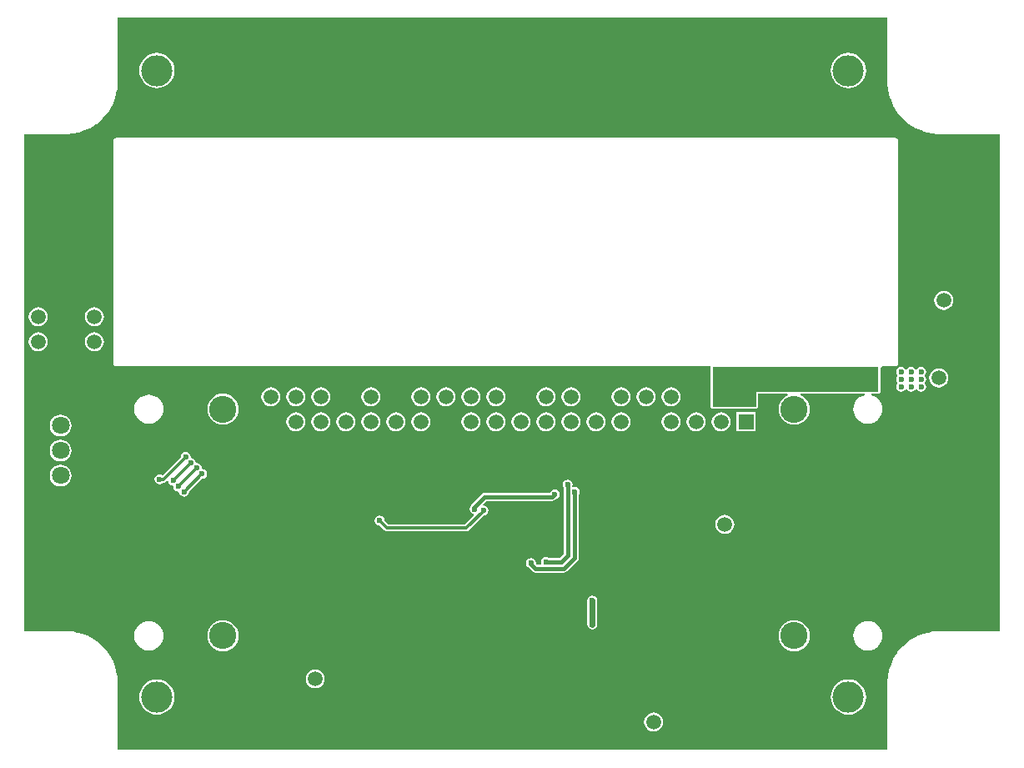
<source format=gbl>
G04 Layer_Physical_Order=2*
G04 Layer_Color=16711680*
%FSLAX44Y44*%
%MOMM*%
G71*
G01*
G75*
%ADD24C,0.6000*%
%ADD26C,0.3000*%
%ADD27C,0.4000*%
%ADD28C,0.4500*%
%ADD36R,16.8910X2.5400*%
%ADD59C,1.5000*%
%ADD60R,1.5000X1.5000*%
%ADD61C,1.8000*%
%ADD62R,1.8000X1.8000*%
%ADD63C,2.7500*%
%ADD64C,1.5080*%
%ADD65R,1.5080X1.5080*%
%ADD66C,3.1750*%
%ADD67C,0.6000*%
%ADD68R,4.4450X4.0640*%
G36*
X876449Y681482D02*
X876473Y681363D01*
X876459Y681242D01*
X877070Y673479D01*
X877135Y673247D01*
X877145Y673005D01*
X878962Y665433D01*
X879064Y665214D01*
X879111Y664977D01*
X882091Y657783D01*
X882225Y657582D01*
X882309Y657355D01*
X886377Y650715D01*
X886541Y650538D01*
X886659Y650327D01*
X891717Y644406D01*
X891906Y644256D01*
X892056Y644067D01*
X897977Y639009D01*
X898188Y638891D01*
X898366Y638727D01*
X905005Y634659D01*
X905232Y634575D01*
X905433Y634441D01*
X912627Y631461D01*
X912864Y631414D01*
X913083Y631313D01*
X920655Y629495D01*
X920897Y629485D01*
X921129Y629420D01*
X928892Y628809D01*
X929013Y628823D01*
X929132Y628799D01*
X990589D01*
Y124057D01*
X929132D01*
X929013Y124033D01*
X928892Y124047D01*
X921129Y123436D01*
X920897Y123371D01*
X920655Y123361D01*
X913083Y121544D01*
X912864Y121442D01*
X912627Y121395D01*
X905433Y118415D01*
X905232Y118281D01*
X905005Y118197D01*
X898366Y114129D01*
X898188Y113965D01*
X897977Y113847D01*
X892056Y108789D01*
X891906Y108600D01*
X891717Y108450D01*
X886659Y102529D01*
X886541Y102318D01*
X886377Y102141D01*
X882309Y95501D01*
X882225Y95274D01*
X882091Y95073D01*
X879111Y87879D01*
X879064Y87642D01*
X878962Y87423D01*
X877145Y79851D01*
X877135Y79609D01*
X877070Y79377D01*
X876459Y71614D01*
X876473Y71493D01*
X876449Y71374D01*
Y3567D01*
X94847D01*
Y71374D01*
X94823Y71493D01*
X94837Y71614D01*
X94226Y79377D01*
X94161Y79609D01*
X94151Y79851D01*
X92333Y87423D01*
X92232Y87642D01*
X92185Y87879D01*
X89205Y95073D01*
X89071Y95274D01*
X88987Y95501D01*
X84919Y102140D01*
X84755Y102318D01*
X84637Y102529D01*
X79579Y108450D01*
X79390Y108600D01*
X79240Y108789D01*
X73319Y113847D01*
X73108Y113965D01*
X72930Y114129D01*
X66291Y118197D01*
X66064Y118281D01*
X65863Y118415D01*
X58669Y121395D01*
X58432Y121442D01*
X58213Y121544D01*
X50641Y123361D01*
X50399Y123371D01*
X50167Y123436D01*
X42404Y124047D01*
X42283Y124033D01*
X42164Y124057D01*
X0D01*
Y628799D01*
X42164D01*
X42283Y628823D01*
X42404Y628809D01*
X50167Y629420D01*
X50399Y629485D01*
X50641Y629495D01*
X58213Y631312D01*
X58432Y631414D01*
X58669Y631461D01*
X65863Y634441D01*
X66064Y634575D01*
X66291Y634659D01*
X72930Y638727D01*
X73108Y638891D01*
X73319Y639009D01*
X79240Y644067D01*
X79390Y644256D01*
X79579Y644406D01*
X84636Y650327D01*
X84755Y650538D01*
X84919Y650715D01*
X88987Y657355D01*
X89071Y657582D01*
X89205Y657783D01*
X92185Y664977D01*
X92232Y665214D01*
X92333Y665433D01*
X94151Y673005D01*
X94161Y673247D01*
X94226Y673479D01*
X94837Y681242D01*
X94823Y681363D01*
X94847Y681482D01*
Y746749D01*
X876449Y746749D01*
Y681482D01*
D02*
G37*
%LPC*%
G36*
X351790Y346172D02*
X349300Y345844D01*
X346979Y344883D01*
X344986Y343354D01*
X343457Y341361D01*
X342496Y339040D01*
X342168Y336550D01*
X342496Y334060D01*
X343457Y331739D01*
X344986Y329746D01*
X346979Y328217D01*
X349300Y327256D01*
X351790Y326928D01*
X354280Y327256D01*
X356601Y328217D01*
X358594Y329746D01*
X360123Y331739D01*
X361084Y334060D01*
X361412Y336550D01*
X361084Y339040D01*
X360123Y341361D01*
X358594Y343354D01*
X356601Y344883D01*
X354280Y345844D01*
X351790Y346172D01*
D02*
G37*
G36*
X402590D02*
X400100Y345844D01*
X397779Y344883D01*
X395786Y343354D01*
X394257Y341361D01*
X393296Y339040D01*
X392968Y336550D01*
X393296Y334060D01*
X394257Y331739D01*
X395786Y329746D01*
X397779Y328217D01*
X400100Y327256D01*
X402590Y326928D01*
X405080Y327256D01*
X407401Y328217D01*
X409394Y329746D01*
X410923Y331739D01*
X411884Y334060D01*
X412212Y336550D01*
X411884Y339040D01*
X410923Y341361D01*
X409394Y343354D01*
X407401Y344883D01*
X405080Y345844D01*
X402590Y346172D01*
D02*
G37*
G36*
X377190D02*
X374700Y345844D01*
X372379Y344883D01*
X370386Y343354D01*
X368857Y341361D01*
X367896Y339040D01*
X367568Y336550D01*
X367896Y334060D01*
X368857Y331739D01*
X370386Y329746D01*
X372379Y328217D01*
X374700Y327256D01*
X377190Y326928D01*
X379680Y327256D01*
X382001Y328217D01*
X383994Y329746D01*
X385523Y331739D01*
X386484Y334060D01*
X386812Y336550D01*
X386484Y339040D01*
X385523Y341361D01*
X383994Y343354D01*
X382001Y344883D01*
X379680Y345844D01*
X377190Y346172D01*
D02*
G37*
G36*
X326390D02*
X323900Y345844D01*
X321579Y344883D01*
X319586Y343354D01*
X318057Y341361D01*
X317096Y339040D01*
X316768Y336550D01*
X317096Y334060D01*
X318057Y331739D01*
X319586Y329746D01*
X321579Y328217D01*
X323900Y327256D01*
X326390Y326928D01*
X328880Y327256D01*
X331201Y328217D01*
X333194Y329746D01*
X334723Y331739D01*
X335684Y334060D01*
X336012Y336550D01*
X335684Y339040D01*
X334723Y341361D01*
X333194Y343354D01*
X331201Y344883D01*
X328880Y345844D01*
X326390Y346172D01*
D02*
G37*
G36*
X36830Y343835D02*
X33958Y343457D01*
X31282Y342349D01*
X28985Y340585D01*
X27222Y338288D01*
X26113Y335612D01*
X25735Y332740D01*
X26113Y329868D01*
X27222Y327192D01*
X28985Y324895D01*
X31282Y323131D01*
X33958Y322023D01*
X36830Y321645D01*
X39702Y322023D01*
X42378Y323131D01*
X44675Y324895D01*
X46438Y327192D01*
X47547Y329868D01*
X47925Y332740D01*
X47547Y335612D01*
X46438Y338288D01*
X44675Y340585D01*
X42378Y342349D01*
X39702Y343457D01*
X36830Y343835D01*
D02*
G37*
G36*
X275590Y346172D02*
X273100Y345844D01*
X270779Y344883D01*
X268786Y343354D01*
X267257Y341361D01*
X266296Y339040D01*
X265968Y336550D01*
X266296Y334060D01*
X267257Y331739D01*
X268786Y329746D01*
X270779Y328217D01*
X273100Y327256D01*
X275590Y326928D01*
X278080Y327256D01*
X280401Y328217D01*
X282394Y329746D01*
X283923Y331739D01*
X284884Y334060D01*
X285212Y336550D01*
X284884Y339040D01*
X283923Y341361D01*
X282394Y343354D01*
X280401Y344883D01*
X278080Y345844D01*
X275590Y346172D01*
D02*
G37*
G36*
X300990D02*
X298500Y345844D01*
X296179Y344883D01*
X294186Y343354D01*
X292657Y341361D01*
X291696Y339040D01*
X291368Y336550D01*
X291696Y334060D01*
X292657Y331739D01*
X294186Y329746D01*
X296179Y328217D01*
X298500Y327256D01*
X300990Y326928D01*
X303480Y327256D01*
X305801Y328217D01*
X307794Y329746D01*
X309323Y331739D01*
X310284Y334060D01*
X310612Y336550D01*
X310284Y339040D01*
X309323Y341361D01*
X307794Y343354D01*
X305801Y344883D01*
X303480Y345844D01*
X300990Y346172D01*
D02*
G37*
G36*
X554990D02*
X552500Y345844D01*
X550179Y344883D01*
X548186Y343354D01*
X546657Y341361D01*
X545696Y339040D01*
X545368Y336550D01*
X545696Y334060D01*
X546657Y331739D01*
X548186Y329746D01*
X550179Y328217D01*
X552500Y327256D01*
X554990Y326928D01*
X557480Y327256D01*
X559801Y328217D01*
X561794Y329746D01*
X563323Y331739D01*
X564284Y334060D01*
X564612Y336550D01*
X564284Y339040D01*
X563323Y341361D01*
X561794Y343354D01*
X559801Y344883D01*
X557480Y345844D01*
X554990Y346172D01*
D02*
G37*
G36*
X580390D02*
X577900Y345844D01*
X575579Y344883D01*
X573586Y343354D01*
X572057Y341361D01*
X571096Y339040D01*
X570768Y336550D01*
X571096Y334060D01*
X572057Y331739D01*
X573586Y329746D01*
X575579Y328217D01*
X577900Y327256D01*
X580390Y326928D01*
X582880Y327256D01*
X585201Y328217D01*
X587194Y329746D01*
X588723Y331739D01*
X589684Y334060D01*
X590012Y336550D01*
X589684Y339040D01*
X588723Y341361D01*
X587194Y343354D01*
X585201Y344883D01*
X582880Y345844D01*
X580390Y346172D01*
D02*
G37*
G36*
X605790D02*
X603300Y345844D01*
X600979Y344883D01*
X598986Y343354D01*
X597457Y341361D01*
X596496Y339040D01*
X596168Y336550D01*
X596496Y334060D01*
X597457Y331739D01*
X598986Y329746D01*
X600979Y328217D01*
X603300Y327256D01*
X605790Y326928D01*
X608280Y327256D01*
X610601Y328217D01*
X612594Y329746D01*
X614123Y331739D01*
X615084Y334060D01*
X615412Y336550D01*
X615084Y339040D01*
X614123Y341361D01*
X612594Y343354D01*
X610601Y344883D01*
X608280Y345844D01*
X605790Y346172D01*
D02*
G37*
G36*
X529590D02*
X527100Y345844D01*
X524779Y344883D01*
X522786Y343354D01*
X521257Y341361D01*
X520296Y339040D01*
X519968Y336550D01*
X520296Y334060D01*
X521257Y331739D01*
X522786Y329746D01*
X524779Y328217D01*
X527100Y327256D01*
X529590Y326928D01*
X532080Y327256D01*
X534401Y328217D01*
X536394Y329746D01*
X537923Y331739D01*
X538884Y334060D01*
X539212Y336550D01*
X538884Y339040D01*
X537923Y341361D01*
X536394Y343354D01*
X534401Y344883D01*
X532080Y345844D01*
X529590Y346172D01*
D02*
G37*
G36*
X453390D02*
X450900Y345844D01*
X448579Y344883D01*
X446586Y343354D01*
X445057Y341361D01*
X444096Y339040D01*
X443768Y336550D01*
X444096Y334060D01*
X445057Y331739D01*
X446586Y329746D01*
X448579Y328217D01*
X450900Y327256D01*
X453390Y326928D01*
X455880Y327256D01*
X458201Y328217D01*
X460194Y329746D01*
X461723Y331739D01*
X462684Y334060D01*
X463012Y336550D01*
X462684Y339040D01*
X461723Y341361D01*
X460194Y343354D01*
X458201Y344883D01*
X455880Y345844D01*
X453390Y346172D01*
D02*
G37*
G36*
X478790D02*
X476300Y345844D01*
X473979Y344883D01*
X471986Y343354D01*
X470457Y341361D01*
X469496Y339040D01*
X469168Y336550D01*
X469496Y334060D01*
X470457Y331739D01*
X471986Y329746D01*
X473979Y328217D01*
X476300Y327256D01*
X478790Y326928D01*
X481280Y327256D01*
X483601Y328217D01*
X485594Y329746D01*
X487123Y331739D01*
X488084Y334060D01*
X488412Y336550D01*
X488084Y339040D01*
X487123Y341361D01*
X485594Y343354D01*
X483601Y344883D01*
X481280Y345844D01*
X478790Y346172D01*
D02*
G37*
G36*
X504190D02*
X501700Y345844D01*
X499379Y344883D01*
X497386Y343354D01*
X495857Y341361D01*
X494896Y339040D01*
X494568Y336550D01*
X494896Y334060D01*
X495857Y331739D01*
X497386Y329746D01*
X499379Y328217D01*
X501700Y327256D01*
X504190Y326928D01*
X506680Y327256D01*
X509001Y328217D01*
X510994Y329746D01*
X512523Y331739D01*
X513484Y334060D01*
X513812Y336550D01*
X513484Y339040D01*
X512523Y341361D01*
X510994Y343354D01*
X509001Y344883D01*
X506680Y345844D01*
X504190Y346172D01*
D02*
G37*
G36*
X36830Y318435D02*
X33958Y318057D01*
X31282Y316949D01*
X28985Y315185D01*
X27222Y312887D01*
X26113Y310212D01*
X25735Y307340D01*
X26113Y304468D01*
X27222Y301793D01*
X28985Y299495D01*
X31282Y297731D01*
X33958Y296623D01*
X36830Y296245D01*
X39702Y296623D01*
X42378Y297731D01*
X44675Y299495D01*
X46438Y301793D01*
X47547Y304468D01*
X47925Y307340D01*
X47547Y310212D01*
X46438Y312887D01*
X44675Y315185D01*
X42378Y316949D01*
X39702Y318057D01*
X36830Y318435D01*
D02*
G37*
G36*
X201490Y135076D02*
X198403Y134772D01*
X195434Y133871D01*
X192697Y132409D01*
X190299Y130441D01*
X188331Y128043D01*
X186868Y125306D01*
X185968Y122338D01*
X185664Y119250D01*
X185968Y116163D01*
X186868Y113194D01*
X188331Y110457D01*
X190299Y108059D01*
X192697Y106091D01*
X195434Y104628D01*
X198403Y103728D01*
X201490Y103424D01*
X204578Y103728D01*
X207546Y104628D01*
X210283Y106091D01*
X212681Y108059D01*
X214649Y110457D01*
X216112Y113194D01*
X217012Y116163D01*
X217316Y119250D01*
X217012Y122338D01*
X216112Y125306D01*
X214649Y128043D01*
X212681Y130441D01*
X210283Y132409D01*
X207546Y133871D01*
X204578Y134772D01*
X201490Y135076D01*
D02*
G37*
G36*
X781490D02*
X778402Y134772D01*
X775434Y133871D01*
X772697Y132409D01*
X770299Y130441D01*
X768331Y128043D01*
X766869Y125306D01*
X765968Y122338D01*
X765664Y119250D01*
X765968Y116163D01*
X766869Y113194D01*
X768331Y110457D01*
X770299Y108059D01*
X772697Y106091D01*
X775434Y104628D01*
X778402Y103728D01*
X781490Y103424D01*
X784577Y103728D01*
X787546Y104628D01*
X790283Y106091D01*
X792681Y108059D01*
X794649Y110457D01*
X796112Y113194D01*
X797012Y116163D01*
X797316Y119250D01*
X797012Y122338D01*
X796112Y125306D01*
X794649Y128043D01*
X792681Y130441D01*
X790283Y132409D01*
X787546Y133871D01*
X784577Y134772D01*
X781490Y135076D01*
D02*
G37*
G36*
X126490Y134071D02*
X123598Y133787D01*
X120818Y132943D01*
X118256Y131573D01*
X116010Y129730D01*
X114166Y127484D01*
X112797Y124922D01*
X111953Y122142D01*
X111669Y119250D01*
X111953Y116358D01*
X112797Y113578D01*
X114166Y111016D01*
X116010Y108770D01*
X118256Y106926D01*
X120818Y105557D01*
X123598Y104713D01*
X126490Y104429D01*
X129382Y104713D01*
X132162Y105557D01*
X134724Y106926D01*
X136970Y108770D01*
X138813Y111016D01*
X140183Y113578D01*
X141027Y116358D01*
X141311Y119250D01*
X141027Y122142D01*
X140183Y124922D01*
X138813Y127484D01*
X136970Y129730D01*
X134724Y131573D01*
X132162Y132943D01*
X129382Y133787D01*
X126490Y134071D01*
D02*
G37*
G36*
X295402Y85020D02*
X292922Y84693D01*
X290611Y83736D01*
X288626Y82213D01*
X287104Y80229D01*
X286146Y77918D01*
X285820Y75438D01*
X286146Y72958D01*
X287104Y70647D01*
X288626Y68663D01*
X290611Y67140D01*
X292922Y66182D01*
X295402Y65856D01*
X297882Y66182D01*
X300193Y67140D01*
X302177Y68663D01*
X303700Y70647D01*
X304657Y72958D01*
X304984Y75438D01*
X304657Y77918D01*
X303700Y80229D01*
X302177Y82213D01*
X300193Y83736D01*
X297882Y84693D01*
X295402Y85020D01*
D02*
G37*
G36*
X638810Y41332D02*
X636330Y41006D01*
X634019Y40048D01*
X632034Y38525D01*
X630512Y36541D01*
X629554Y34230D01*
X629228Y31750D01*
X629554Y29270D01*
X630512Y26959D01*
X632034Y24975D01*
X634019Y23452D01*
X636330Y22494D01*
X638810Y22168D01*
X641290Y22494D01*
X643601Y23452D01*
X645585Y24975D01*
X647108Y26959D01*
X648065Y29270D01*
X648392Y31750D01*
X648065Y34230D01*
X647108Y36541D01*
X645585Y38525D01*
X643601Y40048D01*
X641290Y41006D01*
X638810Y41332D01*
D02*
G37*
G36*
X134620Y75111D02*
X131116Y74766D01*
X127746Y73744D01*
X124641Y72084D01*
X121919Y69851D01*
X119686Y67129D01*
X118026Y64024D01*
X117004Y60654D01*
X116658Y57150D01*
X117004Y53646D01*
X118026Y50276D01*
X119686Y47171D01*
X121919Y44449D01*
X124641Y42216D01*
X127746Y40556D01*
X131116Y39534D01*
X134620Y39188D01*
X138124Y39534D01*
X141494Y40556D01*
X144599Y42216D01*
X147321Y44449D01*
X149554Y47171D01*
X151214Y50276D01*
X152236Y53646D01*
X152582Y57150D01*
X152236Y60654D01*
X151214Y64024D01*
X149554Y67129D01*
X147321Y69851D01*
X144599Y72084D01*
X141494Y73744D01*
X138124Y74766D01*
X134620Y75111D01*
D02*
G37*
G36*
X836676D02*
X833172Y74766D01*
X829802Y73744D01*
X826697Y72084D01*
X823975Y69851D01*
X821742Y67129D01*
X820082Y64024D01*
X819060Y60654D01*
X818715Y57150D01*
X819060Y53646D01*
X820082Y50276D01*
X821742Y47171D01*
X823975Y44449D01*
X826697Y42216D01*
X829802Y40556D01*
X833172Y39534D01*
X836676Y39188D01*
X840180Y39534D01*
X843550Y40556D01*
X846655Y42216D01*
X849377Y44449D01*
X851610Y47171D01*
X853270Y50276D01*
X854292Y53646D01*
X854638Y57150D01*
X854292Y60654D01*
X853270Y64024D01*
X851610Y67129D01*
X849377Y69851D01*
X846655Y72084D01*
X843550Y73744D01*
X840180Y74766D01*
X836676Y75111D01*
D02*
G37*
G36*
X538480Y267988D02*
X536529Y267600D01*
X534875Y266495D01*
X533770Y264841D01*
X533739Y264683D01*
X467360D01*
X465702Y264353D01*
X464296Y263414D01*
X454136Y253254D01*
X453197Y251848D01*
X452867Y250190D01*
Y250165D01*
X452490Y249601D01*
X452102Y247650D01*
X452490Y245699D01*
X453595Y244045D01*
X455249Y242940D01*
X455967Y242797D01*
X456385Y241419D01*
X447134Y232169D01*
X369778D01*
X365769Y236177D01*
X365778Y236220D01*
X365390Y238171D01*
X364285Y239825D01*
X362631Y240930D01*
X360680Y241318D01*
X358729Y240930D01*
X357075Y239825D01*
X355970Y238171D01*
X355582Y236220D01*
X355970Y234269D01*
X357075Y232615D01*
X358729Y231510D01*
X360680Y231122D01*
X360723Y231131D01*
X365777Y226077D01*
X366934Y225303D01*
X368300Y225031D01*
X448612D01*
X449978Y225303D01*
X451136Y226077D01*
X466404Y241344D01*
X468041Y241670D01*
X469695Y242775D01*
X470800Y244429D01*
X471188Y246380D01*
X470800Y248331D01*
X469695Y249985D01*
X468041Y251090D01*
X466359Y251425D01*
X465743Y252605D01*
X469155Y256017D01*
X535940D01*
X537598Y256347D01*
X539004Y257286D01*
X539766Y258048D01*
X540431Y258180D01*
X542085Y259285D01*
X543190Y260939D01*
X543578Y262890D01*
X543190Y264841D01*
X542085Y266495D01*
X540431Y267600D01*
X538480Y267988D01*
D02*
G37*
G36*
X36830Y293035D02*
X33958Y292657D01*
X31282Y291549D01*
X28985Y289785D01*
X27222Y287488D01*
X26113Y284812D01*
X25735Y281940D01*
X26113Y279068D01*
X27222Y276392D01*
X28985Y274095D01*
X31282Y272332D01*
X33958Y271223D01*
X36830Y270845D01*
X39702Y271223D01*
X42378Y272332D01*
X44675Y274095D01*
X46438Y276392D01*
X47547Y279068D01*
X47925Y281940D01*
X47547Y284812D01*
X46438Y287488D01*
X44675Y289785D01*
X42378Y291549D01*
X39702Y292657D01*
X36830Y293035D01*
D02*
G37*
G36*
X163816Y306088D02*
X161865Y305700D01*
X160211Y304595D01*
X159106Y302941D01*
X158718Y300990D01*
X158727Y300947D01*
X140015Y282236D01*
X139111Y282840D01*
X137160Y283228D01*
X135209Y282840D01*
X133555Y281735D01*
X132450Y280081D01*
X132062Y278130D01*
X132450Y276179D01*
X133555Y274525D01*
X135209Y273420D01*
X137160Y273032D01*
X139111Y273420D01*
X140765Y274525D01*
X140789Y274561D01*
X140956D01*
X142322Y274833D01*
X143479Y275607D01*
X144699Y276826D01*
X146006Y276337D01*
X146290Y274909D01*
X147395Y273255D01*
X149049Y272150D01*
X150055Y271950D01*
X151112Y270756D01*
X151500Y268806D01*
X152605Y267152D01*
X154259Y266047D01*
X155863Y265728D01*
X156229Y265640D01*
X157269Y264574D01*
X157487Y263479D01*
X158592Y261825D01*
X160246Y260720D01*
X162197Y260332D01*
X164148Y260720D01*
X165802Y261825D01*
X166907Y263479D01*
X167295Y265430D01*
X167287Y265473D01*
X180297Y278483D01*
X180340Y278475D01*
X182291Y278863D01*
X183945Y279968D01*
X185050Y281622D01*
X185438Y283573D01*
X185050Y285524D01*
X183945Y287178D01*
X182291Y288283D01*
X181196Y288501D01*
X180130Y289541D01*
X180042Y289907D01*
X179723Y291511D01*
X178618Y293165D01*
X176964Y294270D01*
X175014Y294658D01*
X173820Y295715D01*
X173620Y296721D01*
X172515Y298375D01*
X170861Y299480D01*
X169945Y299662D01*
X168914Y300990D01*
X168526Y302941D01*
X167421Y304595D01*
X165767Y305700D01*
X163816Y306088D01*
D02*
G37*
G36*
X711200Y241992D02*
X708720Y241665D01*
X706409Y240708D01*
X704425Y239185D01*
X702902Y237201D01*
X701945Y234890D01*
X701618Y232410D01*
X701945Y229930D01*
X702902Y227619D01*
X704425Y225634D01*
X706409Y224112D01*
X708720Y223155D01*
X711200Y222828D01*
X713680Y223155D01*
X715991Y224112D01*
X717975Y225634D01*
X719498Y227619D01*
X720455Y229930D01*
X720782Y232410D01*
X720455Y234890D01*
X719498Y237201D01*
X717975Y239185D01*
X715991Y240708D01*
X713680Y241665D01*
X711200Y241992D01*
D02*
G37*
G36*
X856490Y134071D02*
X853598Y133787D01*
X850818Y132943D01*
X848256Y131573D01*
X846010Y129730D01*
X844166Y127484D01*
X842797Y124922D01*
X841953Y122142D01*
X841669Y119250D01*
X841953Y116358D01*
X842797Y113578D01*
X844166Y111016D01*
X846010Y108770D01*
X848256Y106926D01*
X850818Y105557D01*
X853598Y104713D01*
X856490Y104429D01*
X859381Y104713D01*
X862162Y105557D01*
X864724Y106926D01*
X866970Y108770D01*
X868813Y111016D01*
X870183Y113578D01*
X871027Y116358D01*
X871311Y119250D01*
X871027Y122142D01*
X870183Y124922D01*
X868813Y127484D01*
X866970Y129730D01*
X864724Y131573D01*
X862162Y132943D01*
X859381Y133787D01*
X856490Y134071D01*
D02*
G37*
G36*
X576580Y160038D02*
X574629Y159650D01*
X572975Y158545D01*
X571870Y156891D01*
X571482Y154940D01*
Y130810D01*
X571870Y128859D01*
X572975Y127205D01*
X574629Y126100D01*
X576580Y125712D01*
X578531Y126100D01*
X580185Y127205D01*
X581290Y128859D01*
X581678Y130810D01*
Y154940D01*
X581290Y156891D01*
X580185Y158545D01*
X578531Y159650D01*
X576580Y160038D01*
D02*
G37*
G36*
X551530Y277798D02*
X549579Y277410D01*
X547925Y276305D01*
X546820Y274651D01*
X546432Y272700D01*
X546820Y270749D01*
X547452Y269804D01*
Y202699D01*
X543141Y198388D01*
X532486D01*
X531541Y199020D01*
X529590Y199408D01*
X527639Y199020D01*
X525985Y197915D01*
X524880Y196261D01*
X524492Y194310D01*
X524821Y192658D01*
X524118Y191388D01*
X520499D01*
X519348Y192539D01*
X519448Y193040D01*
X519060Y194991D01*
X517955Y196645D01*
X516301Y197750D01*
X514350Y198138D01*
X512399Y197750D01*
X510745Y196645D01*
X509640Y194991D01*
X509252Y193040D01*
X509640Y191089D01*
X510745Y189435D01*
X511385Y189008D01*
X511466Y188886D01*
X515926Y184426D01*
X515926Y184426D01*
X517249Y183542D01*
X518810Y183232D01*
X518810Y183232D01*
X547990D01*
X547990Y183232D01*
X549551Y183542D01*
X550874Y184426D01*
X561684Y195236D01*
X561684Y195236D01*
X562568Y196559D01*
X562878Y198120D01*
Y262534D01*
X563510Y263479D01*
X563898Y265430D01*
X563510Y267381D01*
X562405Y269035D01*
X560751Y270140D01*
X558800Y270528D01*
X557334Y270236D01*
X557267Y270268D01*
X556368Y271167D01*
X556336Y271234D01*
X556628Y272700D01*
X556240Y274651D01*
X555135Y276305D01*
X553481Y277410D01*
X551530Y277798D01*
D02*
G37*
G36*
X928370Y390582D02*
X925890Y390256D01*
X923579Y389298D01*
X921594Y387775D01*
X920072Y385791D01*
X919115Y383480D01*
X918788Y381000D01*
X919115Y378520D01*
X920072Y376209D01*
X921594Y374225D01*
X923579Y372702D01*
X925890Y371744D01*
X928370Y371418D01*
X930850Y371744D01*
X933161Y372702D01*
X935145Y374225D01*
X936668Y376209D01*
X937626Y378520D01*
X937952Y381000D01*
X937626Y383480D01*
X936668Y385791D01*
X935145Y387775D01*
X933161Y389298D01*
X930850Y390256D01*
X928370Y390582D01*
D02*
G37*
G36*
X910590Y392448D02*
X908639Y392060D01*
X906985Y390955D01*
X906232Y389827D01*
X904788D01*
X904035Y390955D01*
X902381Y392060D01*
X900430Y392448D01*
X898479Y392060D01*
X896825Y390955D01*
X896072Y389827D01*
X894628D01*
X893875Y390955D01*
X892221Y392060D01*
X890270Y392448D01*
X888319Y392060D01*
X886665Y390955D01*
X885560Y389301D01*
X885172Y387350D01*
X885560Y385399D01*
X886665Y383745D01*
Y383335D01*
X885560Y381681D01*
X885172Y379730D01*
X885560Y377779D01*
X886665Y376125D01*
Y375715D01*
X885560Y374061D01*
X885172Y372110D01*
X885560Y370159D01*
X886665Y368505D01*
X888319Y367400D01*
X890270Y367012D01*
X892221Y367400D01*
X893875Y368505D01*
X894628Y369633D01*
X896072D01*
X896825Y368505D01*
X898479Y367400D01*
X900430Y367012D01*
X902381Y367400D01*
X904035Y368505D01*
X904788Y369633D01*
X906232D01*
X906985Y368505D01*
X908639Y367400D01*
X910590Y367012D01*
X912541Y367400D01*
X914195Y368505D01*
X915300Y370159D01*
X915688Y372110D01*
X915300Y374061D01*
X914195Y375715D01*
Y376125D01*
X915300Y377779D01*
X915688Y379730D01*
X915300Y381681D01*
X914195Y383335D01*
Y383745D01*
X915300Y385399D01*
X915688Y387350D01*
X915300Y389301D01*
X914195Y390955D01*
X912541Y392060D01*
X910590Y392448D01*
D02*
G37*
G36*
X93250Y624869D02*
X92079Y624636D01*
X91087Y623973D01*
X90424Y622981D01*
X90191Y621810D01*
X90191Y395810D01*
X90424Y394640D01*
X91087Y393647D01*
X92079Y392984D01*
X93250Y392752D01*
X696197Y392751D01*
X696461Y392430D01*
Y367030D01*
Y351790D01*
X696616Y351010D01*
X697058Y350348D01*
X697720Y349906D01*
X698500Y349751D01*
X742950D01*
X743730Y349906D01*
X744392Y350348D01*
X744834Y351010D01*
X744989Y351790D01*
Y364991D01*
X774834D01*
X775152Y363721D01*
X772697Y362409D01*
X770299Y360441D01*
X768331Y358043D01*
X766869Y355306D01*
X765968Y352337D01*
X765664Y349250D01*
X765968Y346162D01*
X766869Y343194D01*
X768331Y340457D01*
X770299Y338059D01*
X772697Y336091D01*
X775434Y334628D01*
X778402Y333728D01*
X781490Y333424D01*
X784577Y333728D01*
X787546Y334628D01*
X790283Y336091D01*
X792681Y338059D01*
X794649Y340457D01*
X796112Y343194D01*
X797012Y346162D01*
X797316Y349250D01*
X797012Y352337D01*
X796112Y355306D01*
X794649Y358043D01*
X792681Y360441D01*
X790283Y362409D01*
X787828Y363721D01*
X788147Y364991D01*
X853193D01*
X853382Y363721D01*
X850818Y362943D01*
X848256Y361573D01*
X846010Y359730D01*
X844166Y357484D01*
X842797Y354922D01*
X841953Y352141D01*
X841669Y349250D01*
X841953Y346358D01*
X842797Y343578D01*
X844166Y341016D01*
X846010Y338770D01*
X848256Y336926D01*
X850818Y335557D01*
X853598Y334713D01*
X856490Y334429D01*
X859381Y334713D01*
X862162Y335557D01*
X864724Y336926D01*
X866970Y338770D01*
X868813Y341016D01*
X870183Y343578D01*
X871027Y346358D01*
X871311Y349250D01*
X871027Y352141D01*
X870183Y354922D01*
X868813Y357484D01*
X866970Y359730D01*
X864724Y361573D01*
X862162Y362943D01*
X859598Y363721D01*
X859787Y364991D01*
X867410D01*
X868190Y365146D01*
X868852Y365588D01*
X869294Y366250D01*
X869449Y367030D01*
Y391481D01*
X870586Y392751D01*
X884250D01*
X885421Y392984D01*
X886413Y393647D01*
X887076Y394639D01*
X887309Y395810D01*
X887309Y621810D01*
X887076Y622980D01*
X886413Y623973D01*
X885421Y624636D01*
X884250Y624869D01*
X93250Y624869D01*
D02*
G37*
G36*
X656590Y371572D02*
X654100Y371244D01*
X651779Y370283D01*
X649786Y368754D01*
X648257Y366761D01*
X647296Y364440D01*
X646968Y361950D01*
X647296Y359460D01*
X648257Y357139D01*
X649786Y355146D01*
X651779Y353617D01*
X654100Y352656D01*
X656590Y352328D01*
X659080Y352656D01*
X661401Y353617D01*
X663394Y355146D01*
X664923Y357139D01*
X665884Y359460D01*
X666212Y361950D01*
X665884Y364440D01*
X664923Y366761D01*
X663394Y368754D01*
X661401Y370283D01*
X659080Y371244D01*
X656590Y371572D01*
D02*
G37*
G36*
X554990D02*
X552500Y371244D01*
X550179Y370283D01*
X548186Y368754D01*
X546657Y366761D01*
X545696Y364440D01*
X545368Y361950D01*
X545696Y359460D01*
X546657Y357139D01*
X548186Y355146D01*
X550179Y353617D01*
X552500Y352656D01*
X554990Y352328D01*
X557480Y352656D01*
X559801Y353617D01*
X561794Y355146D01*
X563323Y357139D01*
X564284Y359460D01*
X564612Y361950D01*
X564284Y364440D01*
X563323Y366761D01*
X561794Y368754D01*
X559801Y370283D01*
X557480Y371244D01*
X554990Y371572D01*
D02*
G37*
G36*
X605790D02*
X603300Y371244D01*
X600979Y370283D01*
X598986Y368754D01*
X597457Y366761D01*
X596496Y364440D01*
X596168Y361950D01*
X596496Y359460D01*
X597457Y357139D01*
X598986Y355146D01*
X600979Y353617D01*
X603300Y352656D01*
X605790Y352328D01*
X608280Y352656D01*
X610601Y353617D01*
X612594Y355146D01*
X614123Y357139D01*
X615084Y359460D01*
X615412Y361950D01*
X615084Y364440D01*
X614123Y366761D01*
X612594Y368754D01*
X610601Y370283D01*
X608280Y371244D01*
X605790Y371572D01*
D02*
G37*
G36*
X631190D02*
X628700Y371244D01*
X626379Y370283D01*
X624386Y368754D01*
X622857Y366761D01*
X621896Y364440D01*
X621568Y361950D01*
X621896Y359460D01*
X622857Y357139D01*
X624386Y355146D01*
X626379Y353617D01*
X628700Y352656D01*
X631190Y352328D01*
X633680Y352656D01*
X636001Y353617D01*
X637994Y355146D01*
X639523Y357139D01*
X640484Y359460D01*
X640812Y361950D01*
X640484Y364440D01*
X639523Y366761D01*
X637994Y368754D01*
X636001Y370283D01*
X633680Y371244D01*
X631190Y371572D01*
D02*
G37*
G36*
X933450Y469322D02*
X930970Y468996D01*
X928659Y468038D01*
X926674Y466515D01*
X925152Y464531D01*
X924194Y462220D01*
X923868Y459740D01*
X924194Y457260D01*
X925152Y454949D01*
X926674Y452965D01*
X928659Y451442D01*
X930970Y450485D01*
X933450Y450158D01*
X935930Y450485D01*
X938241Y451442D01*
X940225Y452965D01*
X941748Y454949D01*
X942706Y457260D01*
X943032Y459740D01*
X942706Y462220D01*
X941748Y464531D01*
X940225Y466515D01*
X938241Y468038D01*
X935930Y468996D01*
X933450Y469322D01*
D02*
G37*
G36*
X134620Y711127D02*
X131116Y710782D01*
X127746Y709760D01*
X124641Y708100D01*
X121919Y705867D01*
X119686Y703145D01*
X118026Y700040D01*
X117004Y696670D01*
X116658Y693166D01*
X117004Y689662D01*
X118026Y686292D01*
X119686Y683187D01*
X121919Y680465D01*
X124641Y678232D01*
X127746Y676572D01*
X131116Y675550D01*
X134620Y675204D01*
X138124Y675550D01*
X141494Y676572D01*
X144599Y678232D01*
X147321Y680465D01*
X149554Y683187D01*
X151214Y686292D01*
X152236Y689662D01*
X152582Y693166D01*
X152236Y696670D01*
X151214Y700040D01*
X149554Y703145D01*
X147321Y705867D01*
X144599Y708100D01*
X141494Y709760D01*
X138124Y710782D01*
X134620Y711127D01*
D02*
G37*
G36*
X836676Y711128D02*
X833172Y710782D01*
X829802Y709760D01*
X826697Y708101D01*
X823975Y705867D01*
X821742Y703145D01*
X820082Y700040D01*
X819060Y696670D01*
X818715Y693166D01*
X819060Y689662D01*
X820082Y686292D01*
X821742Y683187D01*
X823975Y680465D01*
X826697Y678232D01*
X829802Y676572D01*
X833172Y675550D01*
X836676Y675205D01*
X840180Y675550D01*
X843550Y676572D01*
X846655Y678232D01*
X849377Y680465D01*
X851610Y683187D01*
X853270Y686292D01*
X854292Y689662D01*
X854638Y693166D01*
X854292Y696670D01*
X853270Y700040D01*
X851610Y703145D01*
X849377Y705867D01*
X846655Y708101D01*
X843550Y709760D01*
X840180Y710782D01*
X836676Y711128D01*
D02*
G37*
G36*
X71120Y452812D02*
X68640Y452486D01*
X66329Y451528D01*
X64345Y450005D01*
X62822Y448021D01*
X61865Y445710D01*
X61538Y443230D01*
X61865Y440750D01*
X62822Y438439D01*
X64345Y436455D01*
X66329Y434932D01*
X68640Y433974D01*
X71120Y433648D01*
X73600Y433974D01*
X75911Y434932D01*
X77895Y436455D01*
X79418Y438439D01*
X80375Y440750D01*
X80702Y443230D01*
X80375Y445710D01*
X79418Y448021D01*
X77895Y450005D01*
X75911Y451528D01*
X73600Y452486D01*
X71120Y452812D01*
D02*
G37*
G36*
X13970Y427412D02*
X11490Y427085D01*
X9179Y426128D01*
X7194Y424605D01*
X5672Y422621D01*
X4715Y420310D01*
X4388Y417830D01*
X4715Y415350D01*
X5672Y413039D01*
X7194Y411054D01*
X9179Y409532D01*
X11490Y408574D01*
X13970Y408248D01*
X16450Y408574D01*
X18761Y409532D01*
X20745Y411054D01*
X22268Y413039D01*
X23226Y415350D01*
X23552Y417830D01*
X23226Y420310D01*
X22268Y422621D01*
X20745Y424605D01*
X18761Y426128D01*
X16450Y427085D01*
X13970Y427412D01*
D02*
G37*
G36*
X71120D02*
X68640Y427085D01*
X66329Y426128D01*
X64345Y424605D01*
X62822Y422621D01*
X61865Y420310D01*
X61538Y417830D01*
X61865Y415350D01*
X62822Y413039D01*
X64345Y411054D01*
X66329Y409532D01*
X68640Y408574D01*
X71120Y408248D01*
X73600Y408574D01*
X75911Y409532D01*
X77895Y411054D01*
X79418Y413039D01*
X80375Y415350D01*
X80702Y417830D01*
X80375Y420310D01*
X79418Y422621D01*
X77895Y424605D01*
X75911Y426128D01*
X73600Y427085D01*
X71120Y427412D01*
D02*
G37*
G36*
X13970Y452812D02*
X11490Y452486D01*
X9179Y451528D01*
X7194Y450005D01*
X5672Y448021D01*
X4715Y445710D01*
X4388Y443230D01*
X4715Y440750D01*
X5672Y438439D01*
X7194Y436455D01*
X9179Y434932D01*
X11490Y433974D01*
X13970Y433648D01*
X16450Y433974D01*
X18761Y434932D01*
X20745Y436455D01*
X22268Y438439D01*
X23226Y440750D01*
X23552Y443230D01*
X23226Y445710D01*
X22268Y448021D01*
X20745Y450005D01*
X18761Y451528D01*
X16450Y452486D01*
X13970Y452812D01*
D02*
G37*
G36*
X529590Y371572D02*
X527100Y371244D01*
X524779Y370283D01*
X522786Y368754D01*
X521257Y366761D01*
X520296Y364440D01*
X519968Y361950D01*
X520296Y359460D01*
X521257Y357139D01*
X522786Y355146D01*
X524779Y353617D01*
X527100Y352656D01*
X529590Y352328D01*
X532080Y352656D01*
X534401Y353617D01*
X536394Y355146D01*
X537923Y357139D01*
X538884Y359460D01*
X539212Y361950D01*
X538884Y364440D01*
X537923Y366761D01*
X536394Y368754D01*
X534401Y370283D01*
X532080Y371244D01*
X529590Y371572D01*
D02*
G37*
G36*
X201490Y365076D02*
X198403Y364772D01*
X195434Y363871D01*
X192697Y362409D01*
X190299Y360441D01*
X188331Y358043D01*
X186868Y355306D01*
X185968Y352337D01*
X185664Y349250D01*
X185968Y346162D01*
X186868Y343194D01*
X188331Y340457D01*
X190299Y338059D01*
X192697Y336091D01*
X195434Y334628D01*
X198403Y333728D01*
X201490Y333424D01*
X204578Y333728D01*
X207546Y334628D01*
X210283Y336091D01*
X212681Y338059D01*
X214649Y340457D01*
X216112Y343194D01*
X217012Y346162D01*
X217316Y349250D01*
X217012Y352337D01*
X216112Y355306D01*
X214649Y358043D01*
X212681Y360441D01*
X210283Y362409D01*
X207546Y363871D01*
X204578Y364772D01*
X201490Y365076D01*
D02*
G37*
G36*
X126490Y364071D02*
X123598Y363787D01*
X120818Y362943D01*
X118256Y361573D01*
X116010Y359730D01*
X114166Y357484D01*
X112797Y354922D01*
X111953Y352141D01*
X111669Y349250D01*
X111953Y346358D01*
X112797Y343578D01*
X114166Y341016D01*
X116010Y338770D01*
X118256Y336926D01*
X120818Y335557D01*
X123598Y334713D01*
X126490Y334429D01*
X129382Y334713D01*
X132162Y335557D01*
X134724Y336926D01*
X136970Y338770D01*
X138813Y341016D01*
X140183Y343578D01*
X141027Y346358D01*
X141311Y349250D01*
X141027Y352141D01*
X140183Y354922D01*
X138813Y357484D01*
X136970Y359730D01*
X134724Y361573D01*
X132162Y362943D01*
X129382Y363787D01*
X126490Y364071D01*
D02*
G37*
G36*
X250190Y371572D02*
X247700Y371244D01*
X245379Y370283D01*
X243386Y368754D01*
X241857Y366761D01*
X240896Y364440D01*
X240568Y361950D01*
X240896Y359460D01*
X241857Y357139D01*
X243386Y355146D01*
X245379Y353617D01*
X247700Y352656D01*
X250190Y352328D01*
X252680Y352656D01*
X255001Y353617D01*
X256994Y355146D01*
X258523Y357139D01*
X259484Y359460D01*
X259812Y361950D01*
X259484Y364440D01*
X258523Y366761D01*
X256994Y368754D01*
X255001Y370283D01*
X252680Y371244D01*
X250190Y371572D01*
D02*
G37*
G36*
X742330Y346090D02*
X723250D01*
Y327010D01*
X742330D01*
Y346090D01*
D02*
G37*
G36*
X656590Y346172D02*
X654100Y345844D01*
X651779Y344883D01*
X649786Y343354D01*
X648257Y341361D01*
X647296Y339040D01*
X646968Y336550D01*
X647296Y334060D01*
X648257Y331739D01*
X649786Y329746D01*
X651779Y328217D01*
X654100Y327256D01*
X656590Y326928D01*
X659080Y327256D01*
X661401Y328217D01*
X663394Y329746D01*
X664923Y331739D01*
X665884Y334060D01*
X666212Y336550D01*
X665884Y339040D01*
X664923Y341361D01*
X663394Y343354D01*
X661401Y344883D01*
X659080Y345844D01*
X656590Y346172D01*
D02*
G37*
G36*
X681990D02*
X679500Y345844D01*
X677179Y344883D01*
X675186Y343354D01*
X673657Y341361D01*
X672696Y339040D01*
X672368Y336550D01*
X672696Y334060D01*
X673657Y331739D01*
X675186Y329746D01*
X677179Y328217D01*
X679500Y327256D01*
X681990Y326928D01*
X684480Y327256D01*
X686801Y328217D01*
X688794Y329746D01*
X690323Y331739D01*
X691284Y334060D01*
X691612Y336550D01*
X691284Y339040D01*
X690323Y341361D01*
X688794Y343354D01*
X686801Y344883D01*
X684480Y345844D01*
X681990Y346172D01*
D02*
G37*
G36*
X707390D02*
X704900Y345844D01*
X702579Y344883D01*
X700586Y343354D01*
X699057Y341361D01*
X698096Y339040D01*
X697768Y336550D01*
X698096Y334060D01*
X699057Y331739D01*
X700586Y329746D01*
X702579Y328217D01*
X704900Y327256D01*
X707390Y326928D01*
X709880Y327256D01*
X712201Y328217D01*
X714194Y329746D01*
X715723Y331739D01*
X716684Y334060D01*
X717012Y336550D01*
X716684Y339040D01*
X715723Y341361D01*
X714194Y343354D01*
X712201Y344883D01*
X709880Y345844D01*
X707390Y346172D01*
D02*
G37*
G36*
X427990Y371572D02*
X425500Y371244D01*
X423179Y370283D01*
X421186Y368754D01*
X419657Y366761D01*
X418696Y364440D01*
X418368Y361950D01*
X418696Y359460D01*
X419657Y357139D01*
X421186Y355146D01*
X423179Y353617D01*
X425500Y352656D01*
X427990Y352328D01*
X430480Y352656D01*
X432801Y353617D01*
X434794Y355146D01*
X436323Y357139D01*
X437284Y359460D01*
X437612Y361950D01*
X437284Y364440D01*
X436323Y366761D01*
X434794Y368754D01*
X432801Y370283D01*
X430480Y371244D01*
X427990Y371572D01*
D02*
G37*
G36*
X453390D02*
X450900Y371244D01*
X448579Y370283D01*
X446586Y368754D01*
X445057Y366761D01*
X444096Y364440D01*
X443768Y361950D01*
X444096Y359460D01*
X445057Y357139D01*
X446586Y355146D01*
X448579Y353617D01*
X450900Y352656D01*
X453390Y352328D01*
X455880Y352656D01*
X458201Y353617D01*
X460194Y355146D01*
X461723Y357139D01*
X462684Y359460D01*
X463012Y361950D01*
X462684Y364440D01*
X461723Y366761D01*
X460194Y368754D01*
X458201Y370283D01*
X455880Y371244D01*
X453390Y371572D01*
D02*
G37*
G36*
X478790D02*
X476300Y371244D01*
X473979Y370283D01*
X471986Y368754D01*
X470457Y366761D01*
X469496Y364440D01*
X469168Y361950D01*
X469496Y359460D01*
X470457Y357139D01*
X471986Y355146D01*
X473979Y353617D01*
X476300Y352656D01*
X478790Y352328D01*
X481280Y352656D01*
X483601Y353617D01*
X485594Y355146D01*
X487123Y357139D01*
X488084Y359460D01*
X488412Y361950D01*
X488084Y364440D01*
X487123Y366761D01*
X485594Y368754D01*
X483601Y370283D01*
X481280Y371244D01*
X478790Y371572D01*
D02*
G37*
G36*
X402590D02*
X400100Y371244D01*
X397779Y370283D01*
X395786Y368754D01*
X394257Y366761D01*
X393296Y364440D01*
X392968Y361950D01*
X393296Y359460D01*
X394257Y357139D01*
X395786Y355146D01*
X397779Y353617D01*
X400100Y352656D01*
X402590Y352328D01*
X405080Y352656D01*
X407401Y353617D01*
X409394Y355146D01*
X410923Y357139D01*
X411884Y359460D01*
X412212Y361950D01*
X411884Y364440D01*
X410923Y366761D01*
X409394Y368754D01*
X407401Y370283D01*
X405080Y371244D01*
X402590Y371572D01*
D02*
G37*
G36*
X275590D02*
X273100Y371244D01*
X270779Y370283D01*
X268786Y368754D01*
X267257Y366761D01*
X266296Y364440D01*
X265968Y361950D01*
X266296Y359460D01*
X267257Y357139D01*
X268786Y355146D01*
X270779Y353617D01*
X273100Y352656D01*
X275590Y352328D01*
X278080Y352656D01*
X280401Y353617D01*
X282394Y355146D01*
X283923Y357139D01*
X284884Y359460D01*
X285212Y361950D01*
X284884Y364440D01*
X283923Y366761D01*
X282394Y368754D01*
X280401Y370283D01*
X278080Y371244D01*
X275590Y371572D01*
D02*
G37*
G36*
X300990D02*
X298500Y371244D01*
X296179Y370283D01*
X294186Y368754D01*
X292657Y366761D01*
X291696Y364440D01*
X291368Y361950D01*
X291696Y359460D01*
X292657Y357139D01*
X294186Y355146D01*
X296179Y353617D01*
X298500Y352656D01*
X300990Y352328D01*
X303480Y352656D01*
X305801Y353617D01*
X307794Y355146D01*
X309323Y357139D01*
X310284Y359460D01*
X310612Y361950D01*
X310284Y364440D01*
X309323Y366761D01*
X307794Y368754D01*
X305801Y370283D01*
X303480Y371244D01*
X300990Y371572D01*
D02*
G37*
G36*
X351790D02*
X349300Y371244D01*
X346979Y370283D01*
X344986Y368754D01*
X343457Y366761D01*
X342496Y364440D01*
X342168Y361950D01*
X342496Y359460D01*
X343457Y357139D01*
X344986Y355146D01*
X346979Y353617D01*
X349300Y352656D01*
X351790Y352328D01*
X354280Y352656D01*
X356601Y353617D01*
X358594Y355146D01*
X360123Y357139D01*
X361084Y359460D01*
X361412Y361950D01*
X361084Y364440D01*
X360123Y366761D01*
X358594Y368754D01*
X356601Y370283D01*
X354280Y371244D01*
X351790Y371572D01*
D02*
G37*
%LPD*%
D24*
X576580Y130810D02*
Y154940D01*
D26*
X137160Y278130D02*
X140956D01*
X151000Y276860D02*
X168910Y294770D01*
X156210Y270757D02*
X175013Y289560D01*
X162197Y265430D02*
X180340Y283573D01*
X140956Y278130D02*
X163816Y300990D01*
X360680Y236220D02*
X368300Y228600D01*
X466090Y246078D02*
Y246380D01*
X448612Y228600D02*
X466090Y246078D01*
X368300Y228600D02*
X448612D01*
D27*
X557530Y264160D02*
X558800Y265430D01*
Y198120D02*
Y265430D01*
X551530Y201010D02*
Y272700D01*
X544830Y194310D02*
X551530Y201010D01*
X518810Y187310D02*
X547990D01*
X558800Y198120D01*
X529590Y194310D02*
X544830D01*
X514350Y191770D02*
X518810Y187310D01*
X514350Y191770D02*
Y193040D01*
D28*
X457200Y250190D02*
X467360Y260350D01*
X457200Y247650D02*
Y250190D01*
X467360Y260350D02*
X535940D01*
X538480Y262890D01*
D36*
X782955Y379730D02*
D03*
D59*
X71120Y443230D02*
D03*
Y417830D02*
D03*
X13970Y443230D02*
D03*
Y417830D02*
D03*
X295402Y75438D02*
D03*
X933450Y459740D02*
D03*
X711200Y232410D02*
D03*
X638810Y31750D02*
D03*
X227330Y24130D02*
D03*
X745490D02*
D03*
X928370Y381000D02*
D03*
D60*
X71120Y392430D02*
D03*
X13970D02*
D03*
D61*
X36830Y281940D02*
D03*
Y307340D02*
D03*
Y332740D02*
D03*
D62*
Y358140D02*
D03*
D63*
X201490Y349250D02*
D03*
Y119250D02*
D03*
X781490Y349250D02*
D03*
Y119250D02*
D03*
D64*
X250190Y361950D02*
D03*
Y336550D02*
D03*
X275590Y361950D02*
D03*
Y336550D02*
D03*
X300990Y361950D02*
D03*
Y336550D02*
D03*
X326390Y361950D02*
D03*
Y336550D02*
D03*
X351790Y361950D02*
D03*
Y336550D02*
D03*
X377190Y361950D02*
D03*
Y336550D02*
D03*
X402590Y361950D02*
D03*
Y336550D02*
D03*
X427990Y361950D02*
D03*
Y336550D02*
D03*
X453390Y361950D02*
D03*
Y336550D02*
D03*
X478790Y361950D02*
D03*
Y336550D02*
D03*
X504190Y361950D02*
D03*
Y336550D02*
D03*
X529590Y361950D02*
D03*
Y336550D02*
D03*
X554990Y361950D02*
D03*
Y336550D02*
D03*
X580390Y361950D02*
D03*
Y336550D02*
D03*
X605790Y361950D02*
D03*
Y336550D02*
D03*
X631190Y361950D02*
D03*
Y336550D02*
D03*
X656590Y361950D02*
D03*
Y336550D02*
D03*
X681990Y361950D02*
D03*
Y336550D02*
D03*
X707390Y361950D02*
D03*
Y336550D02*
D03*
X732790Y361950D02*
D03*
D65*
Y336550D02*
D03*
D66*
X836676Y693166D02*
D03*
Y57150D02*
D03*
X134620D02*
D03*
Y693166D02*
D03*
D67*
X137160Y278130D02*
D03*
X151000Y276860D02*
D03*
X156210Y270757D02*
D03*
X162197Y265430D02*
D03*
X683260Y240030D02*
D03*
X30480Y550672D02*
D03*
Y534416D02*
D03*
Y518160D02*
D03*
Y501904D02*
D03*
Y485648D02*
D03*
Y469392D02*
D03*
X44450Y469900D02*
D03*
Y486156D02*
D03*
Y502412D02*
D03*
Y518668D02*
D03*
Y534924D02*
D03*
Y551180D02*
D03*
X118110Y237490D02*
D03*
X543560Y222250D02*
D03*
X487680Y171450D02*
D03*
X504190D02*
D03*
X875030Y177800D02*
D03*
X880110Y317500D02*
D03*
Y323850D02*
D03*
X867410Y214630D02*
D03*
X847090D02*
D03*
X923290Y279400D02*
D03*
Y270510D02*
D03*
X609600Y201930D02*
D03*
X593090D02*
D03*
X576580Y154940D02*
D03*
Y130810D02*
D03*
X551530Y272700D02*
D03*
X558800Y265430D02*
D03*
X429260Y171450D02*
D03*
X279400Y295910D02*
D03*
Y286385D02*
D03*
Y276860D02*
D03*
Y267335D02*
D03*
Y257810D02*
D03*
X923290Y261620D02*
D03*
Y252730D02*
D03*
X948690Y322580D02*
D03*
X956310D02*
D03*
X543560Y205740D02*
D03*
X529590Y194310D02*
D03*
X52070Y243840D02*
D03*
X64770D02*
D03*
Y237490D02*
D03*
X19050Y175260D02*
D03*
X36830D02*
D03*
X163816Y300990D02*
D03*
X378460Y238760D02*
D03*
Y255270D02*
D03*
X842010Y176530D02*
D03*
X847090Y252730D02*
D03*
X924560Y160020D02*
D03*
Y182880D02*
D03*
X982980Y165100D02*
D03*
Y147320D02*
D03*
X904240Y128270D02*
D03*
X107950Y311150D02*
D03*
X649840Y210420D02*
D03*
X850900Y281940D02*
D03*
X180340Y283573D02*
D03*
X175013Y289560D02*
D03*
X168910Y294770D02*
D03*
X890270Y387350D02*
D03*
X900430D02*
D03*
X910590D02*
D03*
Y379730D02*
D03*
X900430D02*
D03*
X890270D02*
D03*
X910590Y372110D02*
D03*
X900430D02*
D03*
X890270D02*
D03*
X360680Y236220D02*
D03*
X466090Y246380D02*
D03*
X449580Y238760D02*
D03*
X538480Y262890D02*
D03*
X457200Y247650D02*
D03*
X514350Y193040D02*
D03*
D68*
X720725Y372110D02*
D03*
M02*

</source>
